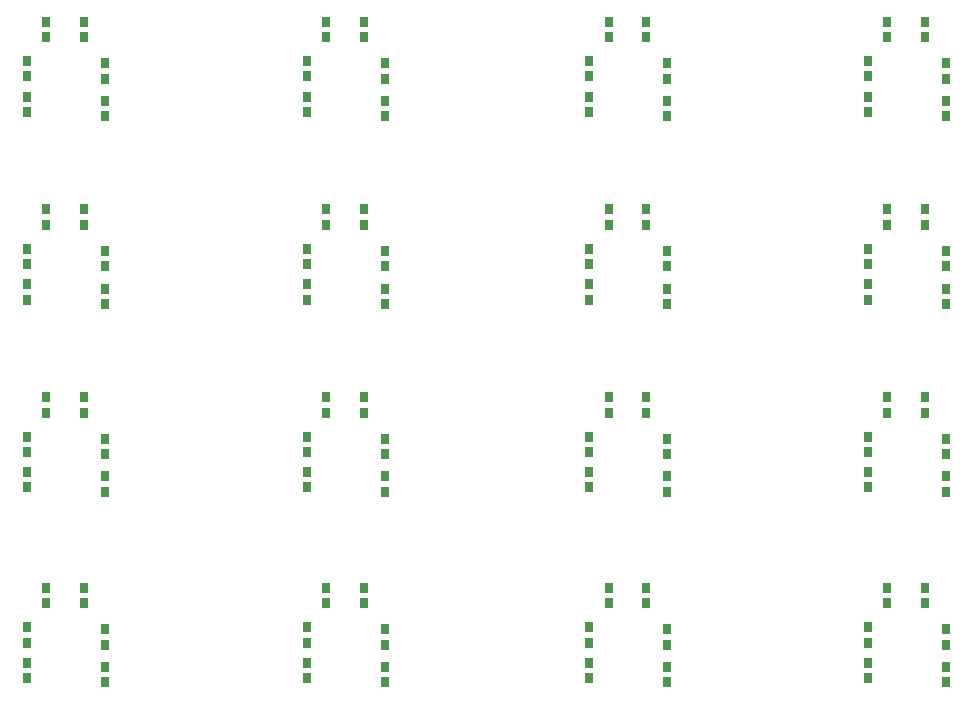
<source format=gtp>
G04*
%FSLAX23Y23*%
%MOIN*%
%LNTopSolderPaste*%
%ADD10R,.007X.007*%
%ADD11R,.025X.032*%
D11*
G01X485Y2337D03*
Y2388D03*
X611Y2337D03*
Y2388D03*
X421Y2206D03*
Y2257D03*
X680Y2199D03*
Y2250D03*
X421Y2088D03*
Y2139D03*
X680Y2073D03*
Y2124D03*
X1419Y2337D03*
Y2388D03*
X1545Y2337D03*
Y2388D03*
X1356Y2206D03*
Y2257D03*
X1615Y2199D03*
Y2250D03*
X1356Y2088D03*
Y2139D03*
X1615Y2073D03*
Y2124D03*
X2360Y2337D03*
Y2388D03*
X2486Y2337D03*
Y2388D03*
X2296Y2206D03*
Y2257D03*
X2555Y2199D03*
Y2250D03*
X2296Y2088D03*
Y2139D03*
X2555Y2073D03*
Y2124D03*
X3288Y2337D03*
Y2388D03*
X3414Y2337D03*
Y2388D03*
X3224Y2206D03*
Y2257D03*
X3484Y2199D03*
Y2250D03*
X3224Y2088D03*
Y2139D03*
X3484Y2073D03*
Y2124D03*
X485Y1711D03*
Y1763D03*
X611Y1711D03*
Y1763D03*
X421Y1580D03*
Y1631D03*
X680Y1574D03*
Y1625D03*
X421Y1462D03*
Y1513D03*
X680Y1448D03*
Y1499D03*
X1419Y1711D03*
Y1763D03*
X1545Y1711D03*
Y1763D03*
X1356Y1580D03*
Y1631D03*
X1615Y1574D03*
Y1625D03*
X1356Y1462D03*
Y1513D03*
X1615Y1448D03*
Y1499D03*
X2360Y1711D03*
Y1763D03*
X2486Y1711D03*
Y1763D03*
X2296Y1580D03*
Y1631D03*
X2555Y1574D03*
Y1625D03*
X2296Y1462D03*
Y1513D03*
X2555Y1448D03*
Y1499D03*
X3288Y1711D03*
Y1763D03*
X3414Y1711D03*
Y1763D03*
X3224Y1580D03*
Y1631D03*
X3484Y1574D03*
Y1625D03*
X3224Y1462D03*
Y1513D03*
X3484Y1448D03*
Y1499D03*
X485Y1085D03*
Y1136D03*
X611Y1085D03*
Y1136D03*
X421Y954D03*
Y1005D03*
X680Y947D03*
Y999D03*
X421Y836D03*
Y887D03*
X680Y822D03*
Y873D03*
X1419Y1085D03*
Y1136D03*
X1545Y1085D03*
Y1136D03*
X1356Y954D03*
Y1005D03*
X1615Y947D03*
Y999D03*
X1356Y836D03*
Y887D03*
X1615Y822D03*
Y873D03*
X2360Y1085D03*
Y1136D03*
X2486Y1085D03*
Y1136D03*
X2296Y954D03*
Y1005D03*
X2555Y947D03*
Y999D03*
X2296Y836D03*
Y887D03*
X2555Y822D03*
Y873D03*
X3288Y1085D03*
Y1136D03*
X3414Y1085D03*
Y1136D03*
X3224Y954D03*
Y1005D03*
X3484Y947D03*
Y999D03*
X3224Y836D03*
Y887D03*
X3484Y822D03*
Y873D03*
X485Y450D03*
Y501D03*
X611Y450D03*
Y501D03*
X421Y319D03*
Y370D03*
X680Y312D03*
Y364D03*
X421Y201D03*
Y252D03*
X680Y186D03*
Y238D03*
X1419Y450D03*
Y501D03*
X1545Y450D03*
Y501D03*
X1356Y319D03*
Y370D03*
X1615Y312D03*
Y364D03*
X1356Y201D03*
Y252D03*
X1615Y186D03*
Y238D03*
X2360Y450D03*
Y501D03*
X2486Y450D03*
Y501D03*
X2296Y319D03*
Y370D03*
X2555Y312D03*
Y364D03*
X2296Y201D03*
Y252D03*
X2555Y186D03*
Y238D03*
X3288Y450D03*
Y501D03*
X3414Y450D03*
Y501D03*
X3224Y319D03*
Y370D03*
X3484Y312D03*
Y364D03*
X3224Y201D03*
Y252D03*
X3484Y186D03*
Y238D03*
M02*

</source>
